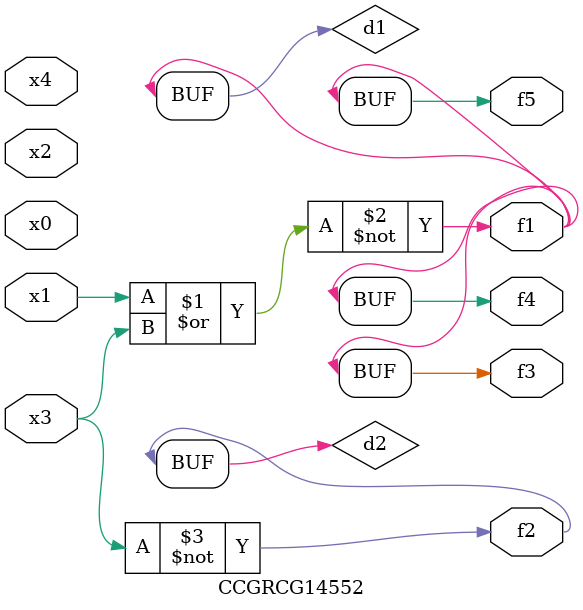
<source format=v>
module CCGRCG14552(
	input x0, x1, x2, x3, x4,
	output f1, f2, f3, f4, f5
);

	wire d1, d2;

	nor (d1, x1, x3);
	not (d2, x3);
	assign f1 = d1;
	assign f2 = d2;
	assign f3 = d1;
	assign f4 = d1;
	assign f5 = d1;
endmodule

</source>
